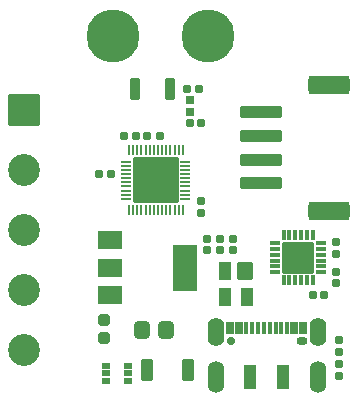
<source format=gbr>
%TF.GenerationSoftware,KiCad,Pcbnew,(6.0.0-0)*%
%TF.CreationDate,2022-12-06T19:34:54+01:00*%
%TF.ProjectId,esp32-led,65737033-322d-46c6-9564-2e6b69636164,rev?*%
%TF.SameCoordinates,Original*%
%TF.FileFunction,Soldermask,Top*%
%TF.FilePolarity,Negative*%
%FSLAX46Y46*%
G04 Gerber Fmt 4.6, Leading zero omitted, Abs format (unit mm)*
G04 Created by KiCad (PCBNEW (6.0.0-0)) date 2022-12-06 19:34:54*
%MOMM*%
%LPD*%
G01*
G04 APERTURE LIST*
G04 Aperture macros list*
%AMRoundRect*
0 Rectangle with rounded corners*
0 $1 Rounding radius*
0 $2 $3 $4 $5 $6 $7 $8 $9 X,Y pos of 4 corners*
0 Add a 4 corners polygon primitive as box body*
4,1,4,$2,$3,$4,$5,$6,$7,$8,$9,$2,$3,0*
0 Add four circle primitives for the rounded corners*
1,1,$1+$1,$2,$3*
1,1,$1+$1,$4,$5*
1,1,$1+$1,$6,$7*
1,1,$1+$1,$8,$9*
0 Add four rect primitives between the rounded corners*
20,1,$1+$1,$2,$3,$4,$5,0*
20,1,$1+$1,$4,$5,$6,$7,0*
20,1,$1+$1,$6,$7,$8,$9,0*
20,1,$1+$1,$8,$9,$2,$3,0*%
G04 Aperture macros list end*
%ADD10RoundRect,0.190000X-0.140000X-0.170000X0.140000X-0.170000X0.140000X0.170000X-0.140000X0.170000X0*%
%ADD11RoundRect,0.050000X-1.300000X1.300000X-1.300000X-1.300000X1.300000X-1.300000X1.300000X1.300000X0*%
%ADD12C,2.700000*%
%ADD13RoundRect,0.250000X0.200000X0.700000X-0.200000X0.700000X-0.200000X-0.700000X0.200000X-0.700000X0*%
%ADD14RoundRect,0.050000X0.600000X0.700000X-0.600000X0.700000X-0.600000X-0.700000X0.600000X-0.700000X0*%
%ADD15RoundRect,0.050000X0.500000X0.700000X-0.500000X0.700000X-0.500000X-0.700000X0.500000X-0.700000X0*%
%ADD16RoundRect,0.112500X0.062500X-0.350000X0.062500X0.350000X-0.062500X0.350000X-0.062500X-0.350000X0*%
%ADD17RoundRect,0.112500X0.350000X-0.062500X0.350000X0.062500X-0.350000X0.062500X-0.350000X-0.062500X0*%
%ADD18C,0.700000*%
%ADD19RoundRect,0.050000X1.300000X-1.300000X1.300000X1.300000X-1.300000X1.300000X-1.300000X-1.300000X0*%
%ADD20RoundRect,0.050000X-0.450000X-0.850000X0.450000X-0.850000X0.450000X0.850000X-0.450000X0.850000X0*%
%ADD21RoundRect,0.190000X-0.170000X0.140000X-0.170000X-0.140000X0.170000X-0.140000X0.170000X0.140000X0*%
%ADD22C,4.500000*%
%ADD23RoundRect,0.185000X-0.185000X0.135000X-0.185000X-0.135000X0.185000X-0.135000X0.185000X0.135000X0*%
%ADD24RoundRect,0.185000X0.135000X0.185000X-0.135000X0.185000X-0.135000X-0.185000X0.135000X-0.185000X0*%
%ADD25RoundRect,0.190000X0.140000X0.170000X-0.140000X0.170000X-0.140000X-0.170000X0.140000X-0.170000X0*%
%ADD26RoundRect,0.050000X-0.500000X-1.000000X0.500000X-1.000000X0.500000X1.000000X-0.500000X1.000000X0*%
%ADD27O,0.950000X0.700000*%
%ADD28RoundRect,0.050000X-0.260000X-0.500000X0.260000X-0.500000X0.260000X0.500000X-0.260000X0.500000X0*%
%ADD29RoundRect,0.050000X-0.135000X-0.500000X0.135000X-0.500000X0.135000X0.500000X-0.135000X0.500000X0*%
%ADD30O,1.400000X2.400000*%
%ADD31O,1.400000X2.700000*%
%ADD32RoundRect,0.050000X-1.875000X1.875000X-1.875000X-1.875000X1.875000X-1.875000X1.875000X1.875000X0*%
%ADD33RoundRect,0.050000X-0.400000X0.075000X-0.400000X-0.075000X0.400000X-0.075000X0.400000X0.075000X0*%
%ADD34RoundRect,0.050000X-0.075000X-0.400000X0.075000X-0.400000X0.075000X0.400000X-0.075000X0.400000X0*%
%ADD35RoundRect,0.275000X-0.250000X0.225000X-0.250000X-0.225000X0.250000X-0.225000X0.250000X0.225000X0*%
%ADD36RoundRect,0.185000X0.185000X-0.135000X0.185000X0.135000X-0.185000X0.135000X-0.185000X-0.135000X0*%
%ADD37RoundRect,0.300000X1.500000X-0.250000X1.500000X0.250000X-1.500000X0.250000X-1.500000X-0.250000X0*%
%ADD38RoundRect,0.300001X1.449999X-0.499999X1.449999X0.499999X-1.449999X0.499999X-1.449999X-0.499999X0*%
%ADD39RoundRect,0.300000X0.350000X0.450000X-0.350000X0.450000X-0.350000X-0.450000X0.350000X-0.450000X0*%
%ADD40RoundRect,0.197500X-0.172500X0.147500X-0.172500X-0.147500X0.172500X-0.147500X0.172500X0.147500X0*%
%ADD41RoundRect,0.050000X-0.325000X-0.200000X0.325000X-0.200000X0.325000X0.200000X-0.325000X0.200000X0*%
%ADD42RoundRect,0.050000X-1.000000X-0.750000X1.000000X-0.750000X1.000000X0.750000X-1.000000X0.750000X0*%
%ADD43RoundRect,0.050000X-1.000000X-1.900000X1.000000X-1.900000X1.000000X1.900000X-1.000000X1.900000X0*%
G04 APERTURE END LIST*
D10*
%TO.C,C1*%
X24585000Y27175000D03*
X25545000Y27175000D03*
%TD*%
D11*
%TO.C,J2*%
X10795000Y25360000D03*
D12*
X10795000Y20280000D03*
X10795000Y15200000D03*
X10795000Y10120000D03*
X10795000Y5040000D03*
%TD*%
D13*
%TO.C,A1*%
X23120000Y27175000D03*
X20120000Y27175000D03*
%TD*%
D14*
%TO.C,D1*%
X29470000Y11800000D03*
D15*
X27750000Y11800000D03*
X27750000Y9600000D03*
X29650000Y9600000D03*
%TD*%
D16*
%TO.C,U1*%
X32730000Y10962500D03*
X33230000Y10962500D03*
X33730000Y10962500D03*
X34230000Y10962500D03*
X34730000Y10962500D03*
X35230000Y10962500D03*
D17*
X35917500Y11650000D03*
X35917500Y12150000D03*
X35917500Y12650000D03*
X35917500Y13150000D03*
X35917500Y13650000D03*
X35917500Y14150000D03*
D16*
X35230000Y14837500D03*
X34730000Y14837500D03*
X34230000Y14837500D03*
X33730000Y14837500D03*
X33230000Y14837500D03*
X32730000Y14837500D03*
D17*
X32042500Y14150000D03*
X32042500Y13650000D03*
X32042500Y13150000D03*
X32042500Y12650000D03*
X32042500Y12150000D03*
X32042500Y11650000D03*
D18*
X34730000Y13650000D03*
X33980000Y12900000D03*
X33230000Y13650000D03*
X33230000Y12150000D03*
X34730000Y12150000D03*
D19*
X33980000Y12900000D03*
%TD*%
D20*
%TO.C,SW1*%
X21200000Y3350000D03*
X24600000Y3350000D03*
%TD*%
D21*
%TO.C,C7*%
X26250000Y14480000D03*
X26250000Y13520000D03*
%TD*%
D22*
%TO.C,H1*%
X18300000Y31700000D03*
%TD*%
D23*
%TO.C,R7*%
X37400000Y3885000D03*
X37400000Y2865000D03*
%TD*%
D24*
%TO.C,R1*%
X22230000Y23190000D03*
X21210000Y23190000D03*
%TD*%
D25*
%TO.C,C3*%
X20200000Y23190000D03*
X19240000Y23190000D03*
%TD*%
D18*
%TO.C,J1*%
X28300000Y5850000D03*
D26*
X32700000Y2750000D03*
D27*
X34300000Y5850000D03*
D26*
X29900000Y2750000D03*
D28*
X28200000Y6950000D03*
X28950000Y6950000D03*
D29*
X29550000Y6950000D03*
X31050000Y6950000D03*
X32050000Y6950000D03*
X33050000Y6950000D03*
D28*
X33650000Y6950000D03*
X34400000Y6950000D03*
X34400000Y6950000D03*
X33650000Y6950000D03*
D29*
X32550000Y6950000D03*
X31550000Y6950000D03*
X30550000Y6950000D03*
X30050000Y6950000D03*
D28*
X28950000Y6950000D03*
X28200000Y6950000D03*
D30*
X35620000Y6575000D03*
D31*
X35620000Y2750000D03*
X26980000Y2750000D03*
D30*
X26980000Y6575000D03*
%TD*%
D24*
%TO.C,R2*%
X18150000Y19980000D03*
X17130000Y19980000D03*
%TD*%
D18*
%TO.C,IC1*%
X21925000Y18450000D03*
X20925000Y20450000D03*
X21925000Y19450000D03*
X22925000Y19450000D03*
X21925000Y20450000D03*
X22925000Y20450000D03*
D32*
X21925000Y19450000D03*
D18*
X20925000Y19450000D03*
X20925000Y18450000D03*
X22925000Y18450000D03*
D33*
X24425000Y21025000D03*
X24425000Y20675000D03*
X24425000Y20325000D03*
X24425000Y19975000D03*
X24425000Y19625000D03*
X24425000Y19275000D03*
X24425000Y18925000D03*
X24425000Y18575000D03*
X24425000Y18225000D03*
X24425000Y17875000D03*
D34*
X24200000Y16900000D03*
X23850000Y16900000D03*
X23500000Y16900000D03*
X23150000Y16900000D03*
X22800000Y16900000D03*
X22450000Y16900000D03*
X22100000Y16900000D03*
X21750000Y16900000D03*
X21400000Y16900000D03*
X21050000Y16900000D03*
X20700000Y16900000D03*
X20350000Y16900000D03*
X20000000Y16900000D03*
X19650000Y16900000D03*
D33*
X19425000Y17875000D03*
X19425000Y18225000D03*
X19425000Y18575000D03*
X19425000Y18925000D03*
X19425000Y19275000D03*
X19425000Y19625000D03*
X19425000Y19975000D03*
X19425000Y20325000D03*
X19425000Y20675000D03*
X19425000Y21025000D03*
D34*
X19650000Y22000000D03*
X20000000Y22000000D03*
X20350000Y22000000D03*
X20700000Y22000000D03*
X21050000Y22000000D03*
X21400000Y22000000D03*
X21750000Y22000000D03*
X22100000Y22000000D03*
X22450000Y22000000D03*
X22800000Y22000000D03*
X23150000Y22000000D03*
X23500000Y22000000D03*
X23850000Y22000000D03*
X24200000Y22000000D03*
%TD*%
D21*
%TO.C,C8*%
X27350000Y14480000D03*
X27350000Y13520000D03*
%TD*%
%TO.C,C4*%
X37180000Y11680000D03*
X37180000Y10720000D03*
%TD*%
D35*
%TO.C,C6*%
X17550000Y7625000D03*
X17550000Y6075000D03*
%TD*%
D36*
%TO.C,R6*%
X37400000Y4915000D03*
X37400000Y5935000D03*
%TD*%
D37*
%TO.C,J3*%
X30850000Y19200000D03*
X30850000Y21200000D03*
X30850000Y23200000D03*
X30850000Y25200000D03*
D38*
X36600000Y27550000D03*
X36600000Y16850000D03*
%TD*%
D39*
%TO.C,R5*%
X22750000Y6750000D03*
X20750000Y6750000D03*
%TD*%
D10*
%TO.C,C5*%
X35200000Y9700000D03*
X36160000Y9700000D03*
%TD*%
D23*
%TO.C,R3*%
X37180000Y14210000D03*
X37180000Y13190000D03*
%TD*%
D40*
%TO.C,L1*%
X24815000Y26210000D03*
X24815000Y25240000D03*
%TD*%
D22*
%TO.C,H2*%
X26300000Y31700000D03*
%TD*%
D21*
%TO.C,C9*%
X28450000Y14480000D03*
X28450000Y13520000D03*
%TD*%
D36*
%TO.C,R4*%
X25700000Y16690000D03*
X25700000Y17710000D03*
%TD*%
D10*
%TO.C,C2*%
X24780000Y24250000D03*
X25740000Y24250000D03*
%TD*%
D41*
%TO.C,Q1*%
X17700000Y3750000D03*
X17700000Y3100000D03*
X17700000Y2450000D03*
X19600000Y2450000D03*
X19600000Y3100000D03*
X19600000Y3750000D03*
%TD*%
D42*
%TO.C,U2*%
X18050000Y14350000D03*
D43*
X24350000Y12050000D03*
D42*
X18050000Y12050000D03*
X18050000Y9750000D03*
%TD*%
M02*

</source>
